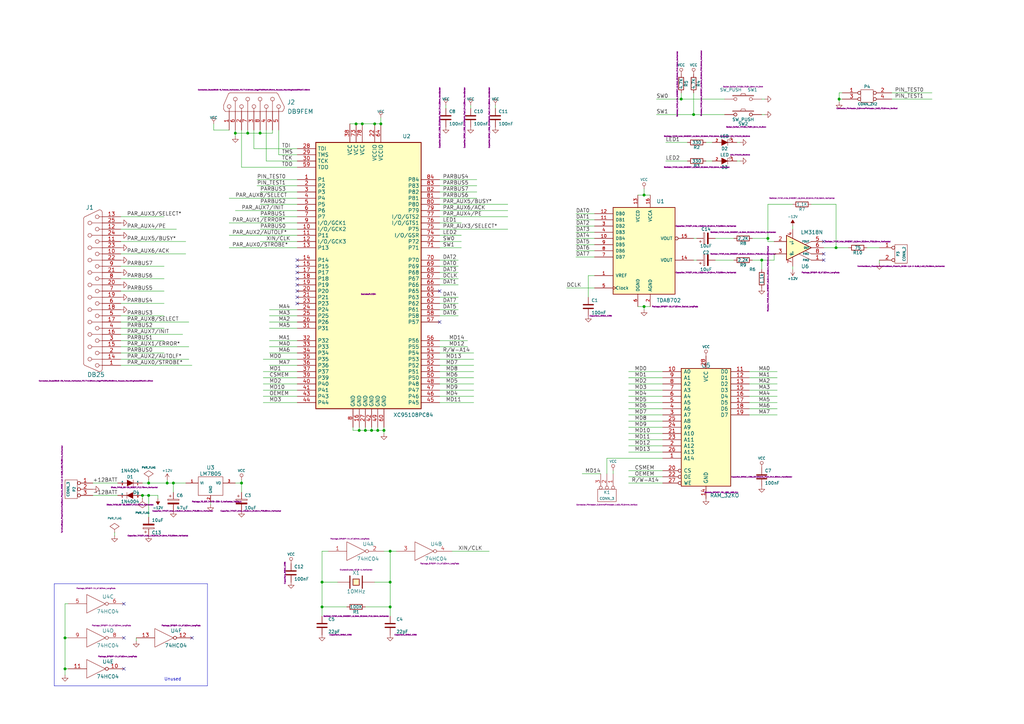
<source format=kicad_sch>
(kicad_sch (version 20230819) (generator eeschema)
  (paper "A3")
  (title_block (title "XC95108PC84 EXPERIMENTATION BOARD") (date "Sun 22 Mar 2015"))
  (junction (at 154.94 176.53) (diameter 1.016))
  (junction (at 68.58 198.12) (diameter 1.016))
  (junction (at 149.86 176.53) (diameter 1.016))
  (junction (at 148.59 50.8) (diameter 1.016))
  (junction (at 26.67 274.32) (diameter 1.016))
  (junction (at 344.17 40.64) (diameter 1.016))
  (junction (at 157.48 176.53) (diameter 1.016))
  (junction (at 152.4 176.53) (diameter 1.016))
  (junction (at 147.32 176.53) (diameter 1.016))
  (junction (at 160.02 248.92) (diameter 1.016))
  (junction (at 264.16 125.73) (diameter 1.016))
  (junction (at 101.6 54.61) (diameter 1.016))
  (junction (at 106.68 54.61) (diameter 1.016))
  (junction (at 60.96 198.12) (diameter 1.016))
  (junction (at 156.21 50.8) (diameter 1.016))
  (junction (at 71.12 198.12) (diameter 1.016))
  (junction (at 146.05 50.8) (diameter 1.016))
  (junction (at 132.08 248.92) (diameter 1.016))
  (junction (at 96.52 54.61) (diameter 1.016))
  (junction (at 342.9 101.6) (diameter 1.016))
  (junction (at 26.67 261.62) (diameter 1.016))
  (junction (at 312.42 106.68) (diameter 1.016))
  (junction (at 284.48 46.99) (diameter 1.016))
  (junction (at 160.02 226.06) (diameter 1.016))
  (junction (at 132.08 238.76) (diameter 1.016))
  (junction (at 279.4 40.64) (diameter 1.016))
  (junction (at 264.16 80.01) (diameter 1.016))
  (junction (at 314.96 97.79) (diameter 1.016))
  (junction (at 99.06 198.12) (diameter 1.016))
  (junction (at 60.96 203.2) (diameter 1.016))
  (junction (at 58.42 203.2) (diameter 1.016))
  (junction (at 160.02 238.76) (diameter 1.016))
  (junction (at 153.67 50.8) (diameter 1.016))
  (no_connect (at 121.92 119.38))
  (no_connect (at 50.8 274.32))
  (no_connect (at 337.82 106.68))
  (no_connect (at 121.92 121.92))
  (no_connect (at 180.34 132.08))
  (no_connect (at 180.34 119.38))
  (no_connect (at 121.92 114.3))
  (no_connect (at 121.92 106.68))
  (no_connect (at 337.82 99.06))
  (no_connect (at 50.8 261.62))
  (no_connect (at 121.92 111.76))
  (no_connect (at 121.92 116.84))
  (no_connect (at 78.74 261.62))
  (no_connect (at 337.82 104.14))
  (no_connect (at 121.92 109.22))
  (no_connect (at 121.92 124.46))
  (no_connect (at 50.8 247.65))
  (wire (pts (xy 105.41 73.66) (xy 121.92 73.66)))
  (wire (pts (xy 93.98 81.28) (xy 121.92 81.28)))
  (wire (pts (xy 153.67 50.8) (xy 156.21 50.8)))
  (wire (pts (xy 342.9 101.6) (xy 347.98 101.6)))
  (polyline (pts (xy 22.225 239.395) (xy 85.09 239.395)))
  (wire (pts (xy 121.92 83.82) (xy 106.68 83.82)))
  (wire (pts (xy 49.53 137.16) (xy 74.93 137.16)))
  (wire (pts (xy 180.34 86.36) (xy 208.28 86.36)))
  (wire (pts (xy 365.76 38.1) (xy 382.27 38.1)))
  (wire (pts (xy 243.84 95.25) (xy 236.22 95.25)))
  (wire (pts (xy 149.86 176.53) (xy 152.4 176.53)))
  (wire (pts (xy 271.78 198.12) (xy 257.81 198.12)))
  (wire (pts (xy 147.32 176.53) (xy 149.86 176.53)))
  (wire (pts (xy 307.34 152.4) (xy 318.77 152.4)))
  (wire (pts (xy 187.96 129.54) (xy 180.34 129.54)))
  (wire (pts (xy 312.42 46.99) (xy 313.69 46.99)))
  (wire (pts (xy 38.1 198.12) (xy 48.26 198.12)))
  (wire (pts (xy 121.92 147.32) (xy 107.95 147.32)))
  (wire (pts (xy 132.08 248.92) (xy 132.08 252.73)))
  (wire (pts (xy 194.31 157.48) (xy 180.34 157.48)))
  (wire (pts (xy 160.02 226.06) (xy 160.02 238.76)))
  (wire (pts (xy 271.78 172.72) (xy 257.81 172.72)))
  (wire (pts (xy 121.92 60.96) (xy 104.14 60.96)))
  (wire (pts (xy 99.06 198.12) (xy 96.52 198.12)))
  (wire (pts (xy 243.84 102.87) (xy 236.22 102.87)))
  (wire (pts (xy 264.16 127) (xy 264.16 125.73)))
  (wire (pts (xy 264.16 80.01) (xy 266.7 80.01)))
  (wire (pts (xy 96.52 54.61) (xy 96.52 55.88)))
  (wire (pts (xy 261.62 125.73) (xy 264.16 125.73)))
  (wire (pts (xy 68.58 196.85) (xy 68.58 198.12)))
  (wire (pts (xy 146.05 50.8) (xy 148.59 50.8)))
  (wire (pts (xy 187.96 127) (xy 180.34 127)))
  (wire (pts (xy 187.96 111.76) (xy 180.34 111.76)))
  (wire (pts (xy 194.31 160.02) (xy 180.34 160.02)))
  (wire (pts (xy 248.92 187.96) (xy 248.92 194.31)))
  (wire (pts (xy 271.78 182.88) (xy 257.81 182.88)))
  (wire (pts (xy 157.48 176.53) (xy 157.48 177.8)))
  (wire (pts (xy 152.4 176.53) (xy 154.94 176.53)))
  (wire (pts (xy 160.02 226.06) (xy 162.56 226.06)))
  (wire (pts (xy 292.1 58.42) (xy 289.56 58.42)))
  (wire (pts (xy 58.42 203.2) (xy 60.96 203.2)))
  (wire (pts (xy 246.38 194.31) (xy 238.76 194.31)))
  (wire (pts (xy 271.78 152.4) (xy 257.81 152.4)))
  (wire (pts (xy 194.31 162.56) (xy 180.34 162.56)))
  (wire (pts (xy 345.44 40.64) (xy 344.17 40.64)))
  (wire (pts (xy 344.17 38.1) (xy 345.44 38.1)))
  (wire (pts (xy 121.92 88.9) (xy 106.68 88.9)))
  (wire (pts (xy 193.04 43.18) (xy 193.04 44.45)))
  (wire (pts (xy 308.61 97.79) (xy 314.96 97.79)))
  (wire (pts (xy 106.68 99.06) (xy 121.92 99.06)))
  (wire (pts (xy 191.77 142.24) (xy 180.34 142.24)))
  (wire (pts (xy 317.5 99.06) (xy 314.96 99.06)))
  (wire (pts (xy 365.76 40.64) (xy 382.27 40.64)))
  (polyline (pts (xy 85.09 239.395) (xy 85.09 281.305)))
  (wire (pts (xy 279.4 38.1) (xy 279.4 40.64)))
  (wire (pts (xy 96.52 53.34) (xy 96.52 54.61)))
  (wire (pts (xy 121.92 93.98) (xy 106.68 93.98)))
  (wire (pts (xy 67.31 114.3) (xy 49.53 114.3)))
  (wire (pts (xy 241.3 113.03) (xy 241.3 121.92)))
  (wire (pts (xy 71.12 198.12) (xy 71.12 201.93)))
  (wire (pts (xy 271.78 193.04) (xy 257.81 193.04)))
  (wire (pts (xy 101.6 54.61) (xy 106.68 54.61)))
  (wire (pts (xy 26.67 247.65) (xy 26.67 261.62)))
  (wire (pts (xy 279.4 40.64) (xy 297.18 40.64)))
  (wire (pts (xy 49.53 99.06) (xy 76.2 99.06)))
  (wire (pts (xy 314.96 83.82) (xy 314.96 97.79)))
  (wire (pts (xy 261.62 80.01) (xy 264.16 80.01)))
  (wire (pts (xy 292.1 66.04) (xy 289.56 66.04)))
  (wire (pts (xy 110.49 149.86) (xy 121.92 149.86)))
  (wire (pts (xy 121.92 162.56) (xy 107.95 162.56)))
  (wire (pts (xy 99.06 53.34) (xy 99.06 68.58)))
  (wire (pts (xy 110.49 127) (xy 121.92 127)))
  (wire (pts (xy 160.02 248.92) (xy 149.86 248.92)))
  (wire (pts (xy 99.06 68.58) (xy 121.92 68.58)))
  (wire (pts (xy 106.68 54.61) (xy 106.68 53.34)))
  (wire (pts (xy 307.34 160.02) (xy 318.77 160.02)))
  (wire (pts (xy 194.31 149.86) (xy 180.34 149.86)))
  (wire (pts (xy 293.37 97.79) (xy 300.99 97.79)))
  (wire (pts (xy 187.96 121.92) (xy 180.34 121.92)))
  (wire (pts (xy 87.63 53.34) (xy 93.98 53.34)))
  (wire (pts (xy 187.96 124.46) (xy 180.34 124.46)))
  (wire (pts (xy 194.31 154.94) (xy 180.34 154.94)))
  (wire (pts (xy 105.41 76.2) (xy 121.92 76.2)))
  (wire (pts (xy 64.77 203.2) (xy 64.77 204.47)))
  (wire (pts (xy 96.52 54.61) (xy 101.6 54.61)))
  (wire (pts (xy 152.4 175.26) (xy 152.4 176.53)))
  (wire (pts (xy 243.84 92.71) (xy 236.22 92.71)))
  (wire (pts (xy 144.78 176.53) (xy 147.32 176.53)))
  (wire (pts (xy 180.34 83.82) (xy 208.28 83.82)))
  (wire (pts (xy 303.53 66.04) (xy 302.26 66.04)))
  (wire (pts (xy 121.92 96.52) (xy 93.98 96.52)))
  (wire (pts (xy 110.49 129.54) (xy 121.92 129.54)))
  (wire (pts (xy 96.52 86.36) (xy 121.92 86.36)))
  (wire (pts (xy 302.26 58.42) (xy 303.53 58.42)))
  (wire (pts (xy 243.84 90.17) (xy 236.22 90.17)))
  (wire (pts (xy 160.02 238.76) (xy 160.02 248.92)))
  (wire (pts (xy 67.31 119.38) (xy 49.53 119.38)))
  (wire (pts (xy 189.23 101.6) (xy 180.34 101.6)))
  (wire (pts (xy 271.78 187.96) (xy 248.92 187.96)))
  (wire (pts (xy 121.92 157.48) (xy 107.95 157.48)))
  (wire (pts (xy 243.84 118.11) (xy 232.41 118.11)))
  (wire (pts (xy 26.67 261.62) (xy 26.67 274.32)))
  (wire (pts (xy 49.53 104.14) (xy 76.2 104.14)))
  (wire (pts (xy 314.96 83.82) (xy 325.12 83.82)))
  (wire (pts (xy 195.58 76.2) (xy 180.34 76.2)))
  (wire (pts (xy 180.34 88.9) (xy 208.28 88.9)))
  (wire (pts (xy 121.92 66.04) (xy 109.22 66.04)))
  (wire (pts (xy 187.96 116.84) (xy 180.34 116.84)))
  (wire (pts (xy 307.34 165.1) (xy 318.77 165.1)))
  (wire (pts (xy 312.42 106.68) (xy 317.5 106.68)))
  (wire (pts (xy 195.58 78.74) (xy 180.34 78.74)))
  (wire (pts (xy 67.31 124.46) (xy 49.53 124.46)))
  (wire (pts (xy 271.78 175.26) (xy 257.81 175.26)))
  (wire (pts (xy 271.78 160.02) (xy 257.81 160.02)))
  (wire (pts (xy 121.92 165.1) (xy 107.95 165.1)))
  (wire (pts (xy 132.08 238.76) (xy 132.08 248.92)))
  (wire (pts (xy 195.58 73.66) (xy 180.34 73.66)))
  (wire (pts (xy 49.53 93.98) (xy 72.39 93.98)))
  (wire (pts (xy 308.61 106.68) (xy 312.42 106.68)))
  (wire (pts (xy 281.94 58.42) (xy 273.05 58.42)))
  (wire (pts (xy 99.06 196.85) (xy 99.06 198.12)))
  (wire (pts (xy 114.3 63.5) (xy 114.3 53.34)))
  (wire (pts (xy 180.34 93.98) (xy 208.28 93.98)))
  (wire (pts (xy 121.92 160.02) (xy 107.95 160.02)))
  (wire (pts (xy 313.69 40.64) (xy 312.42 40.64)))
  (wire (pts (xy 67.31 129.54) (xy 49.53 129.54)))
  (wire (pts (xy 49.53 142.24) (xy 77.47 142.24)))
  (wire (pts (xy 67.31 109.22) (xy 49.53 109.22)))
  (wire (pts (xy 147.32 175.26) (xy 147.32 176.53)))
  (wire (pts (xy 67.31 134.62) (xy 49.53 134.62)))
  (wire (pts (xy 271.78 157.48) (xy 257.81 157.48)))
  (wire (pts (xy 142.24 248.92) (xy 132.08 248.92)))
  (wire (pts (xy 185.42 226.06) (xy 200.66 226.06)))
  (wire (pts (xy 271.78 180.34) (xy 257.81 180.34)))
  (wire (pts (xy 71.12 198.12) (xy 76.2 198.12)))
  (wire (pts (xy 67.31 88.9) (xy 49.53 88.9)))
  (wire (pts (xy 60.96 198.12) (xy 68.58 198.12)))
  (wire (pts (xy 317.5 106.68) (xy 317.5 104.14)))
  (wire (pts (xy 195.58 81.28) (xy 180.34 81.28)))
  (wire (pts (xy 182.88 44.45) (xy 182.88 43.18)))
  (wire (pts (xy 48.26 203.2) (xy 38.1 203.2)))
  (wire (pts (xy 149.86 175.26) (xy 149.86 176.53)))
  (wire (pts (xy 153.67 238.76) (xy 160.02 238.76)))
  (wire (pts (xy 337.82 101.6) (xy 342.9 101.6)))
  (wire (pts (xy 187.96 114.3) (xy 180.34 114.3)))
  (wire (pts (xy 101.6 53.34) (xy 101.6 54.61)))
  (wire (pts (xy 46.99 219.71) (xy 46.99 218.44)))
  (wire (pts (xy 189.23 91.44) (xy 180.34 91.44)))
  (wire (pts (xy 187.96 109.22) (xy 180.34 109.22)))
  (wire (pts (xy 67.31 144.78) (xy 49.53 144.78)))
  (wire (pts (xy 325.12 110.49) (xy 325.12 109.22)))
  (wire (pts (xy 60.96 196.85) (xy 60.96 198.12)))
  (wire (pts (xy 58.42 204.47) (xy 58.42 203.2)))
  (wire (pts (xy 58.42 198.12) (xy 60.96 198.12)))
  (wire (pts (xy 157.48 175.26) (xy 157.48 176.53)))
  (wire (pts (xy 148.59 50.8) (xy 153.67 50.8)))
  (wire (pts (xy 203.2 43.18) (xy 203.2 44.45)))
  (wire (pts (xy 132.08 226.06) (xy 132.08 238.76)))
  (wire (pts (xy 160.02 248.92) (xy 160.02 252.73)))
  (wire (pts (xy 271.78 195.58) (xy 257.81 195.58)))
  (wire (pts (xy 55.88 262.89) (xy 55.88 261.62)))
  (wire (pts (xy 132.08 238.76) (xy 138.43 238.76)))
  (wire (pts (xy 121.92 152.4) (xy 107.95 152.4)))
  (wire (pts (xy 87.63 53.34) (xy 87.63 50.8)))
  (wire (pts (xy 285.75 97.79) (xy 284.48 97.79)))
  (wire (pts (xy 271.78 167.64) (xy 257.81 167.64)))
  (wire (pts (xy 344.17 38.1) (xy 344.17 40.64)))
  (wire (pts (xy 269.24 40.64) (xy 279.4 40.64)))
  (wire (pts (xy 49.53 147.32) (xy 77.47 147.32)))
  (wire (pts (xy 121.92 91.44) (xy 93.98 91.44)))
  (wire (pts (xy 60.96 203.2) (xy 64.77 203.2)))
  (wire (pts (xy 121.92 63.5) (xy 114.3 63.5)))
  (wire (pts (xy 332.74 83.82) (xy 342.9 83.82)))
  (wire (pts (xy 194.31 144.78) (xy 180.34 144.78)))
  (polyline (pts (xy 85.09 281.305) (xy 22.225 281.305)))
  (wire (pts (xy 307.34 170.18) (xy 318.77 170.18)))
  (wire (pts (xy 121.92 154.94) (xy 107.95 154.94)))
  (wire (pts (xy 307.34 154.94) (xy 318.77 154.94)))
  (wire (pts (xy 355.6 101.6) (xy 360.68 101.6)))
  (wire (pts (xy 243.84 113.03) (xy 241.3 113.03)))
  (wire (pts (xy 143.51 50.8) (xy 146.05 50.8)))
  (wire (pts (xy 60.96 203.2) (xy 60.96 212.09)))
  (wire (pts (xy 271.78 177.8) (xy 257.81 177.8)))
  (wire (pts (xy 110.49 139.7) (xy 121.92 139.7)))
  (wire (pts (xy 110.49 142.24) (xy 121.92 142.24)))
  (wire (pts (xy 307.34 162.56) (xy 318.77 162.56)))
  (wire (pts (xy 111.76 54.61) (xy 111.76 53.34)))
  (wire (pts (xy 26.67 247.65) (xy 27.94 247.65)))
  (wire (pts (xy 109.22 66.04) (xy 109.22 53.34)))
  (wire (pts (xy 271.78 170.18) (xy 257.81 170.18)))
  (wire (pts (xy 271.78 165.1) (xy 257.81 165.1)))
  (wire (pts (xy 106.68 54.61) (xy 111.76 54.61)))
  (polyline (pts (xy 22.225 239.395) (xy 22.225 281.305)))
  (wire (pts (xy 300.99 106.68) (xy 293.37 106.68)))
  (wire (pts (xy 194.31 165.1) (xy 180.34 165.1)))
  (wire (pts (xy 284.48 46.99) (xy 297.18 46.99)))
  (wire (pts (xy 104.14 60.96) (xy 104.14 53.34)))
  (wire (pts (xy 360.68 107.95) (xy 360.68 106.68)))
  (wire (pts (xy 243.84 100.33) (xy 236.22 100.33)))
  (wire (pts (xy 154.94 176.53) (xy 157.48 176.53)))
  (wire (pts (xy 243.84 105.41) (xy 236.22 105.41)))
  (wire (pts (xy 156.21 50.8) (xy 156.21 48.26)))
  (wire (pts (xy 99.06 198.12) (xy 99.06 201.93)))
  (wire (pts (xy 93.98 101.6) (xy 121.92 101.6)))
  (wire (pts (xy 194.31 147.32) (xy 180.34 147.32)))
  (wire (pts (xy 121.92 78.74) (xy 106.68 78.74)))
  (wire (pts (xy 344.17 40.64) (xy 344.17 41.91)))
  (wire (pts (xy 271.78 185.42) (xy 257.81 185.42)))
  (wire (pts (xy 264.16 125.73) (xy 266.7 125.73)))
  (wire (pts (xy 26.67 274.32) (xy 26.67 276.86)))
  (wire (pts (xy 49.53 132.08) (xy 77.47 132.08)))
  (wire (pts (xy 110.49 144.78) (xy 121.92 144.78)))
  (wire (pts (xy 189.23 99.06) (xy 180.34 99.06)))
  (wire (pts (xy 194.31 152.4) (xy 180.34 152.4)))
  (wire (pts (xy 312.42 106.68) (xy 312.42 110.49)))
  (wire (pts (xy 314.96 97.79) (xy 314.96 99.06)))
  (wire (pts (xy 325.12 92.71) (xy 325.12 93.98)))
  (wire (pts (xy 271.78 162.56) (xy 257.81 162.56)))
  (wire (pts (xy 187.96 106.68) (xy 180.34 106.68)))
  (wire (pts (xy 132.08 226.06) (xy 134.62 226.06)))
  (wire (pts (xy 307.34 157.48) (xy 318.77 157.48)))
  (wire (pts (xy 110.49 134.62) (xy 121.92 134.62)))
  (wire (pts (xy 27.94 261.62) (xy 26.67 261.62)))
  (wire (pts (xy 49.53 149.86) (xy 78.74 149.86)))
  (wire (pts (xy 154.94 175.26) (xy 154.94 176.53)))
  (wire (pts (xy 157.48 226.06) (xy 160.02 226.06)))
  (wire (pts (xy 86.36 207.01) (xy 86.36 205.74)))
  (wire (pts (xy 26.67 274.32) (xy 27.94 274.32)))
  (wire (pts (xy 243.84 87.63) (xy 236.22 87.63)))
  (wire (pts (xy 264.16 80.01) (xy 264.16 77.47)))
  (wire (pts (xy 271.78 154.94) (xy 257.81 154.94)))
  (wire (pts (xy 285.75 106.68) (xy 284.48 106.68)))
  (wire (pts (xy 243.84 97.79) (xy 236.22 97.79)))
  (wire (pts (xy 191.77 139.7) (xy 180.34 139.7)))
  (wire (pts (xy 110.49 132.08) (xy 121.92 132.08)))
  (wire (pts (xy 68.58 198.12) (xy 71.12 198.12)))
  (wire (pts (xy 251.46 193.04) (xy 251.46 194.31)))
  (wire (pts (xy 189.23 96.52) (xy 180.34 96.52)))
  (wire (pts (xy 342.9 83.82) (xy 342.9 101.6)))
  (wire (pts (xy 307.34 167.64) (xy 318.77 167.64)))
  (wire (pts (xy 281.94 66.04) (xy 273.05 66.04)))
  (wire (pts (xy 144.78 175.26) (xy 144.78 176.53)))
  (wire (pts (xy 269.24 46.99) (xy 284.48 46.99)))
  (wire (pts (xy 284.48 46.99) (xy 284.48 38.1)))
  (wire (pts (xy 67.31 139.7) (xy 49.53 139.7)))
  (text "Unused" (at 67.31 279.4 0) (effects (font (size 1.27 1.27)) (justify left bottom)))
  (label "PARBUS2" (at 106.68 83.82 0) (effects (font (size 1.524 1.524))))
  (label "MA4" (at 311.15 162.56 0) (effects (font (size 1.524 1.524))))
  (label "PIN_TEST1" (at 367.03 40.64 0) (effects (font (size 1.524 1.524))))
  (label "MD1" (at 110.49 152.4 0) (effects (font (size 1.524 1.524))))
  (label "MA1" (at 114.3 139.7 0) (effects (font (size 1.524 1.524))))
  (label "PARBUS1" (at 106.68 88.9 0) (effects (font (size 1.524 1.524))))
  (label "+12BATT" (at 38.1 198.12 0) (effects (font (size 1.524 1.524))))
  (label "PAR_AUX8/SELECT" (at 52.07 132.08 0) (effects (font (size 1.524 1.524))))
  (label "MD2" (at 260.35 157.48 0) (effects (font (size 1.524 1.524))))
  (label "DAT7" (at 236.22 105.41 0) (effects (font (size 1.524 1.524))))
  (label "MD14" (at 184.15 139.7 0) (effects (font (size 1.524 1.524))))
  (label "PARBUS4" (at 181.61 73.66 0) (effects (font (size 1.524 1.524))))
  (label "MD4" (at 260.35 162.56 0) (effects (font (size 1.524 1.524))))
  (label "PARBUS5" (at 52.07 119.38 0) (effects (font (size 1.524 1.524))))
  (label "TDO" (at 115.57 68.58 0) (effects (font (size 1.524 1.524))))
  (label "TCK" (at 115.57 66.04 0) (effects (font (size 1.524 1.524))))
  (label "MD14" (at 240.03 194.31 0) (effects (font (size 1.524 1.524))))
  (label "MD2" (at 110.49 157.48 0) (effects (font (size 1.524 1.524))))
  (label "PAR_AUX7/INIT" (at 52.07 137.16 0) (effects (font (size 1.524 1.524))))
  (label "MD0" (at 110.49 147.32 0) (effects (font (size 1.524 1.524))))
  (label "DAT0" (at 181.61 109.22 0) (effects (font (size 1.524 1.524))))
  (label "OEMEM" (at 110.49 162.56 0) (effects (font (size 1.524 1.524))))
  (label "MA0" (at 114.3 142.24 0) (effects (font (size 1.524 1.524))))
  (label "XIN/CLK" (at 187.96 226.06 0) (effects (font (size 1.524 1.524))))
  (label "LED1" (at 181.61 91.44 0) (effects (font (size 1.524 1.524))))
  (label "SW1" (at 269.24 46.99 0) (effects (font (size 1.524 1.524))))
  (label "CSMEM" (at 110.49 154.94 0) (effects (font (size 1.524 1.524))))
  (label "DCLK" (at 232.41 118.11 0) (effects (font (size 1.524 1.524))))
  (label "MD9" (at 182.88 160.02 0) (effects (font (size 1.524 1.524))))
  (label "SW1" (at 181.61 101.6 0) (effects (font (size 1.524 1.524))))
  (label "PAR_AUX5/BUSY*" (at 52.07 99.06 0) (effects (font (size 1.524 1.524))))
  (label "MA6" (at 114.3 144.78 0) (effects (font (size 1.524 1.524))))
  (label "PAR_AUX7/INIT" (at 99.06 86.36 0) (effects (font (size 1.524 1.524))))
  (label "PAR_AUX5/BUSY*" (at 181.61 83.82 0) (effects (font (size 1.524 1.524))))
  (label "MA2" (at 311.15 157.48 0) (effects (font (size 1.524 1.524))))
  (label "PARBUS6" (at 181.61 81.28 0) (effects (font (size 1.524 1.524))))
  (label "MA0" (at 311.15 152.4 0) (effects (font (size 1.524 1.524))))
  (label "MA4" (at 114.3 127 0) (effects (font (size 1.524 1.524))))
  (label "PARBUS0" (at 106.68 93.98 0) (effects (font (size 1.524 1.524))))
  (label "DAT5" (at 236.22 100.33 0) (effects (font (size 1.524 1.524))))
  (label "OEMEM" (at 260.35 195.58 0) (effects (font (size 1.524 1.524))))
  (label "PAR_AUX6/ACK" (at 181.61 86.36 0) (effects (font (size 1.524 1.524))))
  (label "MD5" (at 260.35 165.1 0) (effects (font (size 1.524 1.524))))
  (label "PARBUS2" (at 52.07 134.62 0) (effects (font (size 1.524 1.524))))
  (label "-12BATT" (at 38.1 203.2 0) (effects (font (size 1.524 1.524))))
  (label "MA6" (at 311.15 167.64 0) (effects (font (size 1.524 1.524))))
  (label "DAT7" (at 181.61 124.46 0) (effects (font (size 1.524 1.524))))
  (label "MA5" (at 311.15 165.1 0) (effects (font (size 1.524 1.524))))
  (label "PARBUS3" (at 106.68 78.74 0) (effects (font (size 1.524 1.524))))
  (label "DAT0" (at 236.22 87.63 0) (effects (font (size 1.524 1.524))))
  (label "MD9" (at 260.35 175.26 0) (effects (font (size 1.524 1.524))))
  (label "PIN_TEST1" (at 105.41 76.2 0) (effects (font (size 1.524 1.524))))
  (label "PARBUS3" (at 52.07 129.54 0) (effects (font (size 1.524 1.524))))
  (label "PARBUS7" (at 181.61 78.74 0) (effects (font (size 1.524 1.524))))
  (label "MD13" (at 182.88 147.32 0) (effects (font (size 1.524 1.524))))
  (label "PARBUS4" (at 52.07 124.46 0) (effects (font (size 1.524 1.524))))
  (label "PAR_AUX8/SELECT" (at 96.52 81.28 0) (effects (font (size 1.524 1.524))))
  (label "DAT3" (at 181.61 111.76 0) (effects (font (size 1.524 1.524))))
  (label "PAR_AUX3/SELECT*" (at 181.61 93.98 0) (effects (font (size 1.524 1.524))))
  (label "DAT1" (at 236.22 90.17 0) (effects (font (size 1.524 1.524))))
  (label "PAR_AUX6/ACK" (at 52.07 104.14 0) (effects (font (size 1.524 1.524))))
  (label "DAT4" (at 181.61 121.92 0) (effects (font (size 1.524 1.524))))
  (label "R/W-A14" (at 181.61 144.78 0) (effects (font (size 1.524 1.524))))
  (label "PAR_AUX3/SELECT*" (at 52.07 88.9 0) (effects (font (size 1.524 1.524))))
  (label "MD3" (at 260.35 160.02 0) (effects (font (size 1.524 1.524))))
  (label "DAT4" (at 236.22 97.79 0) (effects (font (size 1.524 1.524))))
  (label "MD0" (at 260.35 152.4 0) (effects (font (size 1.524 1.524))))
  (label "PARBUS0" (at 52.07 144.78 0) (effects (font (size 1.524 1.524))))
  (label "LED2" (at 273.05 66.04 0) (effects (font (size 1.524 1.524))))
  (label "MA3" (at 311.15 160.02 0) (effects (font (size 1.524 1.524))))
  (label "PAR_AUX4/PE" (at 181.61 88.9 0) (effects (font (size 1.524 1.524))))
  (label "MA7" (at 114.3 149.86 0) (effects (font (size 1.524 1.524))))
  (label "LED2" (at 181.61 96.52 0) (effects (font (size 1.524 1.524))))
  (label "MA7" (at 311.15 170.18 0) (effects (font (size 1.524 1.524))))
  (label "PARBUS7" (at 52.07 109.22 0) (effects (font (size 1.524 1.524))))
  (label "MD7" (at 182.88 149.86 0) (effects (font (size 1.524 1.524))))
  (label "DAT5" (at 181.61 127 0) (effects (font (size 1.524 1.524))))
  (label "PARBUS6" (at 52.07 114.3 0) (effects (font (size 1.524 1.524))))
  (label "DAT6" (at 181.61 129.54 0) (effects (font (size 1.524 1.524))))
  (label "MD7" (at 260.35 170.18 0) (effects (font (size 1.524 1.524))))
  (label "DAT3" (at 236.22 95.25 0) (effects (font (size 1.524 1.524))))
  (label "DAT1" (at 181.61 116.84 0) (effects (font (size 1.524 1.524))))
  (label "PAR_AUX2/AUTOLF*" (at 52.07 147.32 0) (effects (font (size 1.524 1.524))))
  (label "MD1" (at 260.35 154.94 0) (effects (font (size 1.524 1.524))))
  (label "MA5" (at 114.3 134.62 0) (effects (font (size 1.524 1.524))))
  (label "PARBUS5" (at 181.61 76.2 0) (effects (font (size 1.524 1.524))))
  (label "MA2" (at 114.3 132.08 0) (effects (font (size 1.524 1.524))))
  (label "MD4" (at 182.88 162.56 0) (effects (font (size 1.524 1.524))))
  (label "MD11" (at 260.35 180.34 0) (effects (font (size 1.524 1.524))))
  (label "PAR_AUX2/AUTOLF*" (at 95.25 96.52 0) (effects (font (size 1.524 1.524))))
  (label "PIN_TEST0" (at 105.41 73.66 0) (effects (font (size 1.524 1.524))))
  (label "MD6" (at 182.88 154.94 0) (effects (font (size 1.524 1.524))))
  (label "MD8" (at 182.88 152.4 0) (effects (font (size 1.524 1.524))))
  (label "MD8" (at 260.35 172.72 0) (effects (font (size 1.524 1.524))))
  (label "TDI" (at 115.57 60.96 0) (effects (font (size 1.524 1.524))))
  (label "MD6" (at 260.35 167.64 0) (effects (font (size 1.524 1.524))))
  (label "SW0" (at 181.61 99.06 0) (effects (font (size 1.524 1.524))))
  (label "DAT2" (at 236.22 92.71 0) (effects (font (size 1.524 1.524))))
  (label "MD5" (at 182.88 157.48 0) (effects (font (size 1.524 1.524))))
  (label "MD12" (at 260.35 182.88 0) (effects (font (size 1.524 1.524))))
  (label "MD12" (at 184.15 142.24 0) (effects (font (size 1.524 1.524))))
  (label "MD10" (at 260.35 177.8 0) (effects (font (size 1.524 1.524))))
  (label "MD13" (at 260.35 185.42 0) (effects (font (size 1.524 1.524))))
  (label "PAR_AUX1/ERROR*" (at 95.25 91.44 0) (effects (font (size 1.524 1.524))))
  (label "PAR_AUX1/ERROR*" (at 52.07 142.24 0) (effects (font (size 1.524 1.524))))
  (label "MA1" (at 311.15 154.94 0) (effects (font (size 1.524 1.524))))
  (label "LED1" (at 273.05 58.42 0) (effects (font (size 1.524 1.524))))
  (label "R/W-A14" (at 259.08 198.12 0) (effects (font (size 1.524 1.524))))
  (label "PARBUS1" (at 52.07 139.7 0) (effects (font (size 1.524 1.524))))
  (label "CSMEM" (at 260.35 193.04 0) (effects (font (size 1.524 1.524))))
  (label "PAR_AUX0/STROBE*" (at 52.07 149.86 0) (effects (font (size 1.524 1.524))))
  (label "XIN/CLK" (at 109.22 99.06 0) (effects (font (size 1.524 1.524))))
  (label "MD10" (at 110.49 160.02 0) (effects (font (size 1.524 1.524))))
  (label "SW0" (at 269.24 40.64 0) (effects (font (size 1.524 1.524))))
  (label "DAT6" (at 236.22 102.87 0) (effects (font (size 1.524 1.524))))
  (label "DAT2" (at 181.61 106.68 0) (effects (font (size 1.524 1.524))))
  (label "PAR_AUX0/STROBE*" (at 95.25 101.6 0) (effects (font (size 1.524 1.524))))
  (label "PIN_TEST0" (at 367.03 38.1 0) (effects (font (size 1.524 1.524))))
  (label "MA3" (at 114.3 129.54 0) (effects (font (size 1.524 1.524))))
  (label "DCLK" (at 181.61 114.3 0) (effects (font (size 1.524 1.524))))
  (label "MD3" (at 110.49 165.1 0) (effects (font (size 1.524 1.524))))
  (label "TMS" (at 115.57 63.5 0) (effects (font (size 1.524 1.524))))
  (label "MD11" (at 182.88 165.1 0) (effects (font (size 1.524 1.524))))
  (label "PAR_AUX4/PE" (at 52.07 93.98 0) (effects (font (size 1.524 1.524))))
  (symbol (lib_id "carte_test_schlib:TDA8702") (at 264.16 102.87 0) (unit 1)
    (property "Reference" "U1" (at 269.24 82.55 0) (effects (font (size 1.524 1.524)) (justify left)))
    (property "Value" "TDA8702" (at 269.24 123.19 0) (effects (font (size 1.524 1.524)) (justify left)))
    (property "Footprint" "Package_DIP:DIP-16_W7.62mm_Socket_LongPads" (at 276.86 125.73 0) (effects (font (size 0.508 0.508))))
  )
  (symbol (lib_id "carte_test_schlib:VCC") (at 264.16 77.47 0) (unit 1)
    (property "Reference" "#PWR046" (effects hide))
    (property "Value" "VCC" (at 264.16 73.66 0) (effects (font (size 1.016 1.016))))
  )
  (symbol (lib_id "carte_test_schlib:GND") (at 132.08 260.35 0) (unit 1)
    (property "Reference" "#PWR048" (effects hide))
    (property "Value" "GND" (effects hide))
  )
  (symbol (lib_id "carte_test_schlib:GND") (at 264.16 127 0) (unit 1)
    (property "Reference" "#PWR044" (effects hide))
    (property "Value" "GND" (effects hide))
  )
  (symbol (lib_id "carte_test_schlib:C") (at 241.3 125.73 0) (unit 1)
    (property "Reference" "C1" (at 242.57 123.19 0) (effects (justify left)))
    (property "Value" "100nF" (at 242.57 128.27 0) (effects (justify left)))
    (property "Footprint" "Capacitors_SMD:C_1206" (at 246.38 129.54 0) (effects (font (size 0.508 0.508))))
  )
  (symbol (lib_id "carte_test_schlib:GND") (at 241.3 129.54 0) (unit 1)
    (property "Reference" "#PWR043" (effects hide))
    (property "Value" "GND" (effects hide))
  )
  (symbol (lib_id "carte_test_schlib:CP") (at 289.56 106.68 90) (unit 1)
    (property "Reference" "C2" (at 289.56 102.87 90) (effects (justify bottom)))
    (property "Value" "10uF" (at 289.56 110.49 90))
    (property "Footprint" "Capacitor_THT:CP_Axial_L10.0mm_D4.5mm_P15.00mm_Horizontal" (at 289.56 111.76 90) (effects (font (size 0.508 0.508))))
  )
  (symbol (lib_id "carte_test_schlib:CP") (at 99.06 205.74 0) (unit 1)
    (property "Reference" "C3" (at 100.33 203.2 0) (effects (justify left)))
    (property "Value" "10uF" (at 100.33 208.28 0) (effects (justify left)))
    (property "Footprint" "Capacitor_THT:CP_Axial_L10.0mm_D4.5mm_P15.00mm_Horizontal" (at 102.87 209.55 0) (effects (font (size 0.508 0.508))))
  )
  (symbol (lib_id "carte_test_schlib:GND") (at 99.06 209.55 0) (unit 1)
    (property "Reference" "#PWR042" (effects hide))
    (property "Value" "GND" (effects hide))
  )
  (symbol (lib_id "carte_test_schlib:GND") (at 96.52 55.88 0) (unit 1)
    (property "Reference" "#PWR040" (effects hide))
    (property "Value" "GND" (effects hide))
  )
  (symbol (lib_id "carte_test_schlib:CRYSTAL") (at 146.05 238.76 0) (unit 1)
    (property "Reference" "X1" (at 146.05 234.95 0) (effects (font (size 1.524 1.524))))
    (property "Value" "10MHz" (at 146.05 242.57 0) (effects (font (size 1.524 1.524))))
    (property "Footprint" "Crystal:Crystal_HC18-U_Horizontal" (at 146.05 233.68 0) (effects (font (size 0.508 0.508))))
  )
  (symbol (lib_id "carte_test_schlib:C") (at 160.02 256.54 0) (unit 1)
    (property "Reference" "C4" (at 162.56 254 0) (effects (justify left)))
    (property "Value" "22pF" (at 162.56 259.08 0) (effects (justify left)))
    (property "Footprint" "Capacitors_SMD:C_1206" (at 166.37 260.35 0) (effects (font (size 0.508 0.508))))
  )
  (symbol (lib_id "carte_test_schlib:R") (at 146.05 248.92 270) (unit 1)
    (property "Reference" "R1" (at 146.05 250.952 90))
    (property "Value" "100K" (at 146.05 248.92 90))
    (property "Footprint" "Resistor_THT:R_Axial_DIN0207_L6.3mm_D2.5mm_P10.16mm_Horizontal" (at 146.05 252.73 90) (effects (font (size 0.508 0.508))))
  )
  (symbol (lib_id "carte_test_schlib:LM7805") (at 86.36 199.39 0) (unit 1)
    (property "Reference" "U3" (at 86.36 191.77 0) (effects (font (size 1.524 1.524))))
    (property "Value" "LM7805" (at 86.36 194.31 0) (effects (font (size 1.524 1.524))))
    (property "Footprint" "Package_TO_SOT_THT:TO-220-3_Horizontal_TabDown" (at 88.9 205.74 0) (effects (font (size 0.508 0.508))))
  )
  (symbol (lib_id "carte_test_schlib:GND") (at 86.36 207.01 0) (unit 1)
    (property "Reference" "#PWR038" (effects hide))
    (property "Value" "GND" (effects hide))
  )
  (symbol (lib_id "carte_test_schlib:VCC") (at 99.06 196.85 0) (unit 1)
    (property "Reference" "#PWR037" (effects hide))
    (property "Value" "VCC" (at 99.06 193.04 0) (effects (font (size 1.016 1.016))))
  )
  (symbol (lib_id "carte_test_schlib:CONN_3") (at 29.21 200.66 0) (mirror y) (unit 1)
    (property "Reference" "P2" (at 30.4292 200.66 90) (effects (font (size 1.016 1.016))))
    (property "Value" "CONN_3" (at 27.94 200.66 90) (effects (font (size 1.016 1.016))))
    (property "Footprint" "TerminalBlock_Phoenix:TerminalBlock_Phoenix_MKDS-1,5-3-5.08_1x03_P5.08mm_Horizontal" (at 25.4 200.66 90) (effects (font (size 0.508 0.508))))
  )
  (symbol (lib_id "carte_test_schlib:GND") (at 38.1 200.66 90) (unit 1)
    (property "Reference" "#PWR036" (effects hide))
    (property "Value" "GND" (effects hide))
  )
  (symbol (lib_id "carte_test_schlib:DIODE") (at 53.34 198.12 0) (unit 1)
    (property "Reference" "D1" (at 53.34 195.58 0))
    (property "Value" "1N4004" (at 53.34 193.04 0))
    (property "Footprint" "Diode_THT:D_DO-35_SOD27_P12.70mm_Horizontal" (at 55.118 199.898 0) (effects (font (size 0.508 0.508))))
  )
  (symbol (lib_id "carte_test_schlib:CP") (at 71.12 205.74 0) (unit 1)
    (property "Reference" "C6" (at 72.39 203.2 0) (effects (justify left)))
    (property "Value" "47uF" (at 72.39 208.28 0) (effects (justify left)))
    (property "Footprint" "Capacitor_THT:CP_Axial_L10.0mm_D4.5mm_P15.00mm_Horizontal" (at 74.93 209.55 0) (effects (font (size 0.508 0.508))))
  )
  (symbol (lib_id "carte_test_schlib:GND") (at 71.12 209.55 0) (unit 1)
    (property "Reference" "#PWR035" (effects hide))
    (property "Value" "GND" (effects hide))
  )
  (symbol (lib_id "carte_test_schlib:CONN_2") (at 369.57 104.14 0) (unit 1)
    (property "Reference" "P3" (at 368.3 104.14 90) (effects (font (size 1.016 1.016))))
    (property "Value" "CONN_2" (at 370.84 104.14 90) (effects (font (size 1.016 1.016))))
    (property "Footprint" "TerminalBlock_Phoenix:TerminalBlock_Phoenix_MKDS-1,5-2-5.08_1x02_P5.08mm_Horizontal" (at 369.57 109.22 0) (effects (font (size 0.508 0.508))))
  )
  (symbol (lib_id "carte_test_schlib:PWR_FLAG") (at 46.99 218.44 0) (unit 1)
    (property "Reference" "#FLG032" (effects hide))
    (property "Value" "PWR_FLAG" (at 46.99 212.598 0) (effects (font (size 0.762 0.762))))
  )
  (symbol (lib_id "carte_test_schlib:74HC04") (at 146.05 226.06 0) (unit 1)
    (property "Reference" "U4" (at 151.003 223.139 0) (effects (font (size 1.524 1.524))))
    (property "Value" "74HC04" (at 150.876 229.2096 0) (effects (font (size 1.524 1.524))))
    (property "Footprint" "Package_DIP:DIP-14_W7.62mm_LongPads" (at 143.51 220.98 0) (effects (font (size 0.508 0.508))))
  )
  (symbol (lib_id "carte_test_schlib:74HC04") (at 173.99 226.06 0) (unit 2)
    (property "Reference" "U4" (at 178.943 223.139 0) (effects (font (size 1.524 1.524))))
    (property "Value" "74HC04" (at 178.816 229.2096 0) (effects (font (size 1.524 1.524))))
    (property "Footprint" "Package_DIP:DIP-14_W7.62mm_LongPads" (at 180.34 231.14 0) (effects (font (size 0.508 0.508))))
  )
  (symbol (lib_id "carte_test_schlib:74HC04") (at 39.37 247.65 0) (unit 3)
    (property "Reference" "U4" (at 44.323 244.729 0) (effects (font (size 1.524 1.524))))
    (property "Value" "74HC04" (at 44.196 250.7996 0) (effects (font (size 1.524 1.524))))
    (property "Footprint" "Package_DIP:DIP-14_W7.62mm_LongPads" (at 39.37 241.3 0) (effects (font (size 0.508 0.508))))
  )
  (symbol (lib_id "carte_test_schlib:74HC04") (at 39.37 261.62 0) (unit 4)
    (property "Reference" "U4" (at 44.323 258.699 0) (effects (font (size 1.524 1.524))))
    (property "Value" "74HC04" (at 44.196 264.7696 0) (effects (font (size 1.524 1.524))))
    (property "Footprint" "Package_DIP:DIP-14_W7.62mm_LongPads" (at 45.72 256.54 0) (effects (font (size 0.508 0.508))))
  )
  (symbol (lib_id "carte_test_schlib:74HC04") (at 39.37 274.32 0) (unit 5)
    (property "Reference" "U4" (at 44.323 271.399 0) (effects (font (size 1.524 1.524))))
    (property "Value" "74HC04" (at 44.196 277.4696 0) (effects (font (size 1.524 1.524))))
    (property "Footprint" "Package_DIP:DIP-14_W7.62mm_LongPads" (at 48.26 269.24 0) (effects (font (size 0.508 0.508))))
  )
  (symbol (lib_id "carte_test_schlib:74HC04") (at 67.31 261.62 0) (unit 6)
    (property "Reference" "U4" (at 72.263 258.699 0) (effects (font (size 1.524 1.524))))
    (property "Value" "74HC04" (at 72.136 264.7696 0) (effects (font (size 1.524 1.524))))
    (property "Footprint" "Package_DIP:DIP-14_W7.62mm_LongPads" (at 74.295 256.54 0) (effects (font (size 0.508 0.508))))
  )
  (symbol (lib_id "carte_test_schlib:GND") (at 26.67 276.86 0) (unit 1)
    (property "Reference" "#PWR031" (effects hide))
    (property "Value" "GND" (effects hide))
  )
  (symbol (lib_id "carte_test_schlib:GND") (at 55.88 262.89 0) (unit 1)
    (property "Reference" "#PWR030" (effects hide))
    (property "Value" "GND" (effects hide))
  )
  (symbol (lib_id "carte_test_schlib:RAM_32KO") (at 289.56 172.72 0) (unit 1)
    (property "Reference" "U5" (at 289.56 149.86 0) (effects (font (size 1.778 1.778))))
    (property "Value" "RAM_32KO" (at 297.18 203.2 0) (effects (font (size 1.524 1.524))))
    (property "Footprint" "Sockets_DIP:DIP-28__300__600_ELL" (at 295.91 201.93 0) (effects (font (size 0.508 0.508))))
  )
  (symbol (lib_id "carte_test_schlib:CONN_3") (at 248.92 203.2 270) (unit 1)
    (property "Reference" "K1" (at 248.92 201.93 90))
    (property "Value" "CONN_3" (at 248.92 204.47 90) (effects (font (size 1.016 1.016))))
    (property "Footprint" "Connector_PinHeader_2.54mm:PinHeader_1x03_P2.54mm_Vertical" (at 248.92 207.01 90) (effects (font (size 0.508 0.508))))
  )
  (symbol (lib_id "carte_test_schlib:VCC") (at 251.46 193.04 0) (unit 1)
    (property "Reference" "#PWR029" (effects hide))
    (property "Value" "VCC" (at 251.46 189.23 0) (effects (font (size 1.016 1.016))))
  )
  (symbol (lib_id "carte_test_schlib:DB25") (at 38.1 119.38 0) (mirror y) (unit 1)
    (property "Reference" "J1" (at 36.83 85.09 0) (effects (font (size 1.778 1.778))))
    (property "Value" "DB25" (at 39.37 153.67 0) (effects (font (size 1.778 1.778))))
    (property "Footprint" "Connector_Dsub:DSUB-25_Female_Horizontal_P2.77x2.84mm_EdgePinOffset9.90mm_Housed_MountingHolesOffset11.32mm" (at 39.37 156.21 0) (effects (font (size 0.508 0.508))))
  )
  (symbol (lib_id "carte_test_schlib:GND") (at 49.53 91.44 90) (unit 1)
    (property "Reference" "#PWR028" (effects hide))
    (property "Value" "GND" (effects hide))
  )
  (symbol (lib_id "carte_test_schlib:C") (at 119.38 234.95 0) (unit 1)
    (property "Reference" "C12" (at 120.65 232.41 0) (effects (justify left)))
    (property "Value" "100nF" (at 120.65 237.49 0) (effects (justify left)))
    (property "Footprint" "Capacitors_SMD:C_1206" (at 116.84 234.95 90) (effects (font (size 0.508 0.508))))
  )
  (symbol (lib_id "carte_test_schlib:VCC") (at 119.38 231.14 0) (unit 1)
    (property "Reference" "#PWR022" (effects hide))
    (property "Value" "VCC" (at 119.38 227.33 0) (effects (font (size 1.016 1.016))))
  )
  (symbol (lib_id "carte_test_schlib:GND") (at 119.38 238.76 0) (unit 1)
    (property "Reference" "#PWR021" (effects hide))
    (property "Value" "GND" (effects hide))
  )
  (symbol (lib_id "carte_test_schlib:R") (at 285.75 66.04 270) (unit 1)
    (property "Reference" "R3" (at 285.75 68.072 90))
    (property "Value" "330" (at 285.75 66.04 90))
    (property "Footprint" "Resistor_THT:R_Axial_DIN0207_L6.3mm_D2.5mm_P10.16mm_Horizontal" (at 285.75 68.58 90) (effects (font (size 0.508 0.508))))
  )
  (symbol (lib_id "carte_test_schlib:LED") (at 297.18 66.04 180) (unit 1)
    (property "Reference" "D3" (at 297.18 68.58 0))
    (property "Value" "LED" (at 297.18 63.5 0))
    (property "Footprint" "LED_THT:LED_D5.0mm" (at 303.53 63.5 0) (effects (font (size 0.508 0.508))))
  )
  (symbol (lib_id "carte_test_schlib:GND") (at 303.53 66.04 90) (unit 1)
    (property "Reference" "#PWR019" (effects hide))
    (property "Value" "GND" (effects hide))
  )
  (symbol (lib_id "carte_test_schlib:GND") (at 49.53 116.84 90) (unit 1)
    (property "Reference" "#PWR018" (effects hide))
    (property "Value" "GND" (effects hide))
  )
  (symbol (lib_id "carte_test_schlib:SW_PUSH") (at 304.8 40.64 0) (unit 1)
    (property "Reference" "SW1" (at 308.61 36.83 0))
    (property "Value" "SW_PUSH" (at 299.72 36.83 0))
    (property "Footprint" "Button_Switch_THT:SW_PUSH_6mm_h4.3mm" (at 304.8 35.56 0) (effects (font (size 0.508 0.508))))
  )
  (symbol (lib_id "carte_test_schlib:SW_PUSH") (at 304.8 46.99 0) (unit 1)
    (property "Reference" "SW2" (at 304.8 50.8 0))
    (property "Value" "SW_PUSH" (at 304.8 49.022 0))
    (property "Footprint" "Button_Switch_THT:SW_PUSH_6mm_h4.3mm" (at 306.07 52.07 0) (effects (font (size 0.508 0.508))))
  )
  (symbol (lib_id "carte_test_schlib:GND") (at 313.69 40.64 90) (unit 1)
    (property "Reference" "#PWR017" (effects hide))
    (property "Value" "GND" (effects hide))
  )
  (symbol (lib_id "carte_test_schlib:GND") (at 313.69 46.99 90) (unit 1)
    (property "Reference" "#PWR016" (effects hide))
    (property "Value" "GND" (effects hide))
  )
  (symbol (lib_id "carte_test_schlib:R") (at 284.48 34.29 0) (unit 1)
    (property "Reference" "R4" (at 286.512 34.29 90))
    (property "Value" "4,7K" (at 284.48 34.29 90))
    (property "Footprint" "Resistor_THT:R_Axial_DIN0207_L6.3mm_D2.5mm_P10.16mm_Horizontal" (at 287.6296 34.1376 90) (effects (font (size 0.508 0.508))))
  )
  (symbol (lib_id "carte_test_schlib:R") (at 279.4 34.29 0) (unit 1)
    (property "Reference" "R5" (at 281.432 34.29 90))
    (property "Value" "4,7K" (at 279.4 34.29 90))
    (property "Footprint" "Resistor_THT:R_Axial_DIN0207_L6.3mm_D2.5mm_P10.16mm_Horizontal" (at 277.7744 34.4424 90) (effects (font (size 0.508 0.508))))
  )
  (symbol (lib_id "carte_test_schlib:VCC") (at 279.4 30.48 0) (unit 1)
    (property "Reference" "#PWR015" (effects hide))
    (property "Value" "VCC" (at 279.4 26.67 0) (effects (font (size 1.016 1.016))))
  )
  (symbol (lib_id "carte_test_schlib:VCC") (at 284.48 30.48 0) (unit 1)
    (property "Reference" "#PWR014" (effects hide))
    (property "Value" "VCC" (at 284.48 26.67 0) (effects (font (size 1.016 1.016))))
  )
  (symbol (lib_id "carte_test_schlib:GND") (at 49.53 96.52 90) (unit 1)
    (property "Reference" "#PWR013" (effects hide))
    (property "Value" "GND" (effects hide))
  )
  (symbol (lib_id "carte_test_schlib:GND") (at 49.53 101.6 90) (unit 1)
    (property "Reference" "#PWR012" (effects hide))
    (property "Value" "GND" (effects hide))
  )
  (symbol (lib_id "carte_test_schlib:GND") (at 49.53 106.68 90) (unit 1)
    (property "Reference" "#PWR011" (effects hide))
    (property "Value" "GND" (effects hide))
  )
  (symbol (lib_id "carte_test_schlib:GND") (at 49.53 111.76 90) (unit 1)
    (property "Reference" "#PWR010" (effects hide))
    (property "Value" "GND" (effects hide))
  )
  (symbol (lib_id "carte_test_schlib:GND") (at 49.53 121.92 90) (unit 1)
    (property "Reference" "#PWR09" (effects hide))
    (property "Value" "GND" (effects hide))
  )
  (symbol (lib_id "carte_test_schlib:GND") (at 49.53 127 90) (unit 1)
    (property "Reference" "#PWR08" (effects hide))
    (property "Value" "GND" (effects hide))
  )
  (symbol (lib_id "carte_test_schlib:CONN_2X2") (at 355.6 39.37 0) (unit 1)
    (property "Reference" "P4" (at 355.6 35.56 0))
    (property "Value" "CONN_2X2" (at 355.854 42.672 0) (effects (font (size 1.016 1.016))))
    (property "Footprint" "Connector_PinHeader_2.54mm:PinHeader_2x02_P2.54mm_Vertical" (at 355.6 44.45 0) (effects (font (size 0.508 0.508))))
  )
  (symbol (lib_id "carte_test_schlib:GND") (at 344.17 41.91 0) (unit 1)
    (property "Reference" "#PWR07" (effects hide))
    (property "Value" "GND" (effects hide))
  )
  (symbol (lib_id "carte_test_schlib:CP") (at 289.56 97.79 90) (unit 1)
    (property "Reference" "C14" (at 289.56 93.98 90))
    (property "Value" "10uF" (at 289.56 101.6 90) (effects (justify top)))
    (property "Footprint" "Capacitor_THT:CP_Axial_L10.0mm_D4.5mm_P15.00mm_Horizontal" (at 289.56 92.71 90) (effects (font (size 0.508 0.508))))
  )
  (symbol (lib_id "carte_test_schlib:R") (at 304.8 97.79 270) (unit 1)
    (property "Reference" "R8" (at 304.8 99.822 90))
    (property "Value" "2,2K" (at 304.8 97.79 90))
    (property "Footprint" "Resistor_THT:R_Axial_DIN0207_L6.3mm_D2.5mm_P10.16mm_Horizontal" (at 304.8 95.25 90) (effects (font (size 0.508 0.508))))
  )
  (symbol (lib_id "carte_test_schlib:R") (at 304.8 106.68 270) (unit 1)
    (property "Reference" "R9" (at 304.8 108.712 90))
    (property "Value" "2,2K" (at 304.8 106.68 90))
    (property "Footprint" "Resistor_THT:R_Axial_DIN0207_L6.3mm_D2.5mm_P10.16mm_Horizontal" (at 304.8 104.14 90) (effects (font (size 0.508 0.508))))
  )
  (symbol (lib_id "carte_test_schlib:R") (at 312.42 114.3 0) (unit 1)
    (property "Reference" "R6" (at 308.61 110.49 0))
    (property "Value" "1,1k" (at 312.42 114.3 90))
    (property "Footprint" "Resistor_THT:R_Axial_DIN0207_L6.3mm_D2.5mm_P10.16mm_Horizontal" (at 314.96 114.3 90) (effects (font (size 0.508 0.508))))
  )
  (symbol (lib_id "carte_test_schlib:R") (at 328.93 83.82 270) (unit 1)
    (property "Reference" "R7" (at 328.93 85.852 90))
    (property "Value" "1,1K" (at 328.93 83.82 90))
    (property "Footprint" "Resistor_THT:R_Axial_DIN0207_L6.3mm_D2.5mm_P10.16mm_Horizontal" (at 328.93 81.28 90) (effects (font (size 0.508 0.508))))
  )
  (symbol (lib_id "carte_test_schlib:R") (at 351.79 101.6 270) (unit 1)
    (property "Reference" "R10" (at 351.79 103.632 90))
    (property "Value" "75" (at 351.79 101.6 90))
    (property "Footprint" "Resistor_THT:R_Axial_DIN0207_L6.3mm_D2.5mm_P10.16mm_Horizontal" (at 351.79 99.06 90) (effects (font (size 0.508 0.508))))
  )
  (symbol (lib_id "carte_test_schlib:LM318N") (at 327.66 101.6 0) (mirror x) (unit 1)
    (property "Reference" "U6" (at 330.2 109.22 0) (effects (font (size 1.524 1.524))))
    (property "Value" "LM318N" (at 332.994 95.2754 0) (effects (font (size 1.524 1.524))))
    (property "Footprint" "Package_DIP:DIP-8_W7.62mm_LongPads" (at 336.55 111.76 0) (effects (font (size 0.508 0.508))))
  )
  (symbol (lib_id "carte_test_schlib:GND") (at 312.42 118.11 0) (unit 1)
    (property "Reference" "#PWR06" (effects hide))
    (property "Value" "GND" (effects hide))
  )
  (symbol (lib_id "carte_test_schlib:+12V") (at 68.58 196.85 0) (unit 1)
    (property "Reference" "#PWR05" (effects hide))
    (property "Value" "+12V" (at 68.58 193.04 0) (effects (font (size 1.016 1.016))))
  )
  (symbol (lib_id "carte_test_schlib:+12V") (at 325.12 110.49 0) (mirror x) (unit 1)
    (property "Reference" "#PWR04" (effects hide))
    (property "Value" "+12V" (at 325.12 114.3 0) (effects (font (size 1.016 1.016))))
  )
  (symbol (lib_id "carte_test_schlib:-12V") (at 325.12 92.71 0) (unit 1)
    (property "Reference" "#PWR118" (effects hide))
    (property "Value" "-12V" (at 325.12 88.9 0) (effects (font (size 1.016 1.016))))
  )
  (symbol (lib_id "carte_test_schlib:-12V") (at 64.77 204.47 0) (mirror x) (unit 1)
    (property "Reference" "#PWR139" (effects hide))
    (property "Value" "-12V" (at 64.77 208.28 0) (effects (font (size 1.016 1.016))))
  )
  (symbol (lib_id "carte_test_schlib:CP") (at 60.96 215.9 0) (mirror x) (unit 1)
    (property "Reference" "C13" (at 62.23 218.44 0) (effects (justify left)))
    (property "Value" "10uF" (at 62.23 213.36 0) (effects (justify left)))
    (property "Footprint" "Capacitor_THT:CP_Axial_L10.0mm_D4.5mm_P15.00mm_Horizontal" (at 64.77 219.71 0) (effects (font (size 0.508 0.508))))
  )
  (symbol (lib_id "carte_test_schlib:GND") (at 60.96 219.71 0) (unit 1)
    (property "Reference" "#PWR03" (effects hide))
    (property "Value" "GND" (effects hide))
  )
  (symbol (lib_id "carte_test_schlib:PWR_FLAG") (at 58.42 204.47 0) (mirror x) (unit 1)
    (property "Reference" "#FLG02" (effects hide))
    (property "Value" "PWR_FLAG" (at 58.42 210.312 0) (effects (font (size 0.762 0.762))))
  )
  (symbol (lib_id "carte_test_schlib:DIODE") (at 53.34 203.2 0) (mirror y) (unit 1)
    (property "Reference" "D4" (at 55.88 201.93 0))
    (property "Value" "1N4004" (at 53.34 205.7146 0))
    (property "Footprint" "Diode_THT:D_DO-35_SOD27_P12.70mm_Horizontal" (at 53.34 207.01 0) (effects (font (size 0.508 0.508))))
  )
  (symbol (lib_id "carte_test_schlib:PWR_FLAG") (at 60.96 196.85 0) (unit 1)
    (property "Reference" "#FLG01" (effects hide))
    (property "Value" "PWR_FLAG" (at 60.96 191.77 0) (effects (font (size 0.762 0.762))))
  )
  (symbol (lib_id "carte_test_schlib:DB9") (at 104.14 41.91 270) (mirror x) (unit 1)
    (property "Reference" "J2" (at 119.38 41.91 90) (effects (font (size 1.778 1.778))))
    (property "Value" "DB9FEM" (at 123.19 45.72 90) (effects (font (size 1.778 1.778))))
    (property "Footprint" "Connector_Dsub:DSUB-9_Female_Horizontal_P2.77x2.84mm_EdgePinOffset4.94mm_Housed_MountingHolesOffset7.48mm" (at 104.14 36.83 90) (effects (font (size 0.508 0.508))))
  )
  (symbol (lib_id "carte_test_schlib:VCC") (at 87.63 50.8 0) (unit 1)
    (property "Reference" "#PWR041" (effects hide))
    (property "Value" "VCC" (at 87.63 48.26 0) (effects (font (size 1.016 1.016))))
  )
  (symbol (lib_id "carte_test_schlib:VCC") (at 156.21 48.26 0) (unit 1)
    (property "Reference" "#PWR047" (effects hide))
    (property "Value" "VCC" (at 156.21 45.72 0) (effects (font (size 1.016 1.016))))
  )
  (symbol (lib_id "carte_test_schlib:GND") (at 160.02 260.35 0) (unit 1)
    (property "Reference" "#PWR039" (effects hide))
    (property "Value" "GND" (effects hide))
  )
  (symbol (lib_id "carte_test_schlib:GND") (at 157.48 177.8 0) (unit 1)
    (property "Reference" "#PWR045" (effects hide))
    (property "Value" "GND" (effects hide))
  )
  (symbol (lib_id "carte_test_schlib:GND") (at 360.68 107.95 0) (unit 1)
    (property "Reference" "#PWR034" (effects hide))
    (property "Value" "GND" (effects hide))
  )
  (symbol (lib_id "carte_test_schlib:C") (at 132.08 256.54 0) (unit 1)
    (property "Reference" "C5" (at 134.62 254 0) (effects (justify left)))
    (property "Value" "22pF" (at 134.62 259.08 0) (effects (justify left)))
    (property "Footprint" "Capacitors_SMD:C_1206" (at 139.7 260.35 0) (effects (font (size 0.508 0.508))))
  )
  (symbol (lib_id "carte_test_schlib:GND") (at 46.99 219.71 0) (unit 1)
    (property "Reference" "#PWR033" (effects hide))
    (property "Value" "GND" (effects hide))
  )
  (symbol (lib_id "carte_test_schlib:C") (at 203.2 48.26 0) (unit 1)
    (property "Reference" "C11" (at 204.47 45.72 0) (effects (justify left)))
    (property "Value" "100nF" (at 204.47 50.8 0) (effects (justify left)))
    (property "Footprint" "Capacitor_SMD:C_1206_3216Metric_Pad1.24x1.80mm_HandSolder" (at 200.66 48.26 90) (effects (font (size 0.508 0.508))))
  )
  (symbol (lib_id "carte_test_schlib:C") (at 312.42 195.58 0) (unit 1)
    (property "Reference" "C7" (at 313.69 193.04 0) (effects (justify left)))
    (property "Value" "100nF" (at 313.69 198.12 0) (effects (justify left)))
    (property "Footprint" "Capacitor_SMD:C_1206_3216Metric_Pad1.24x1.80mm_HandSolder" (at 312.42 195.58 0) (effects (font (size 0.508 0.508))))
  )
  (symbol (lib_id "carte_test_schlib:C") (at 193.04 48.26 0) (unit 1)
    (property "Reference" "C10" (at 194.31 45.72 0) (effects (justify left)))
    (property "Value" "100nF" (at 194.31 50.8 0) (effects (justify left)))
    (property "Footprint" "Capacitor_SMD:C_1206_3216Metric_Pad1.24x1.80mm_HandSolder" (at 190.5 48.26 90) (effects (font (size 0.508 0.508))))
  )
  (symbol (lib_id "carte_test_schlib:C") (at 182.88 48.26 0) (unit 1)
    (property "Reference" "C8" (at 184.15 45.72 0) (effects (justify left)))
    (property "Value" "100nF" (at 184.15 50.8 0) (effects (justify left)))
    (property "Footprint" "Capacitor_SMD:C_1206_3216Metric_Pad1.24x1.80mm_HandSolder" (at 180.34 48.26 90) (effects (font (size 0.508 0.508))))
  )
  (symbol (lib_id "carte_test_schlib:VCC") (at 182.88 43.18 0) (unit 1)
    (property "Reference" "#PWR027" (effects hide))
    (property "Value" "VCC" (at 182.88 40.64 0) (effects (font (size 1.016 1.016))))
  )
  (symbol (lib_id "carte_test_schlib:VCC") (at 193.04 43.18 0) (unit 1)
    (property "Reference" "#PWR026" (effects hide))
    (property "Value" "VCC" (at 193.04 40.64 0) (effects (font (size 1.016 1.016))))
  )
  (symbol (lib_id "carte_test_schlib:VCC") (at 203.2 43.18 0) (unit 1)
    (property "Reference" "#PWR025" (effects hide))
    (property "Value" "VCC" (at 203.2 40.64 0) (effects (font (size 1.016 1.016))))
  )
  (symbol (lib_id "carte_test_schlib:VCC") (at 312.42 191.77 0) (unit 1)
    (property "Reference" "#PWR024" (effects hide))
    (property "Value" "VCC" (at 312.42 187.96 0) (effects (font (size 1.016 1.016))))
  )
  (symbol (lib_id "carte_test_schlib:GND") (at 193.04 52.07 0) (unit 1)
    (property "Reference" "#PWR050" (effects hide))
    (property "Value" "GND" (effects hide))
  )
  (symbol (lib_id "carte_test_schlib:GND") (at 203.2 52.07 0) (unit 1)
    (property "Reference" "#PWR051" (effects hide))
    (property "Value" "GND" (effects hide))
  )
  (symbol (lib_id "carte_test_schlib:GND") (at 182.88 52.07 0) (unit 1)
    (property "Reference" "#PWR049" (effects hide))
    (property "Value" "GND" (effects hide))
  )
  (symbol (lib_id "carte_test_schlib:GND") (at 312.42 199.39 0) (unit 1)
    (property "Reference" "#PWR023" (effects hide))
    (property "Value" "GND" (effects hide))
  )
  (symbol (lib_id "carte_test_schlib:R") (at 285.75 58.42 270) (unit 1)
    (property "Reference" "R2" (at 285.75 60.452 90))
    (property "Value" "330" (at 285.75 58.42 90))
    (property "Footprint" "Resistor_THT:R_Axial_DIN0207_L6.3mm_D2.5mm_P10.16mm_Horizontal" (at 285.75 55.88 90) (effects (font (size 0.508 0.508))))
  )
  (symbol (lib_id "carte_test_schlib:LED") (at 297.18 58.42 180) (unit 1)
    (property "Reference" "D2" (at 297.18 60.96 0))
    (property "Value" "LED" (at 297.18 55.88 0))
    (property "Footprint" "LED_THT:LED_D5.0mm" (at 303.53 55.88 0) (effects (font (size 0.508 0.508))))
  )
  (symbol (lib_id "carte_test_schlib:GND") (at 303.53 58.42 90) (unit 1)
    (property "Reference" "#PWR020" (effects hide))
    (property "Value" "GND" (effects hide))
  )
  (symbol (lib_id "carte_test_schlib:XC95108PC84") (at 151.13 120.65 0) (unit 1)
    (property "Reference" "U2" (at 165.1 55.88 0) (effects (font (size 1.524 1.524)) (justify left)))
    (property "Value" "XC95108PC84" (at 161.29 170.18 0) (effects (font (size 1.524 1.524)) (justify left)))
    (property "Footprint" "Sockets:PLCC84" (at 151.13 120.65 0) (effects (font (size 0.508 0.508))))
  )
  (symbol (lib_id "carte_test_schlib:GND") (at 289.56 204.47 0) (unit 1)
    (property "Reference" "#PWR01" (effects hide))
    (property "Value" "GND" (effects hide))
  )
  (symbol (lib_id "carte_test_schlib:VCC") (at 289.56 146.05 0) (unit 1)
    (property "Reference" "#PWR02" (effects hide))
    (property "Value" "VCC" (at 289.56 142.24 0) (effects (font (size 1.016 1.016))))
  )
)
</source>
